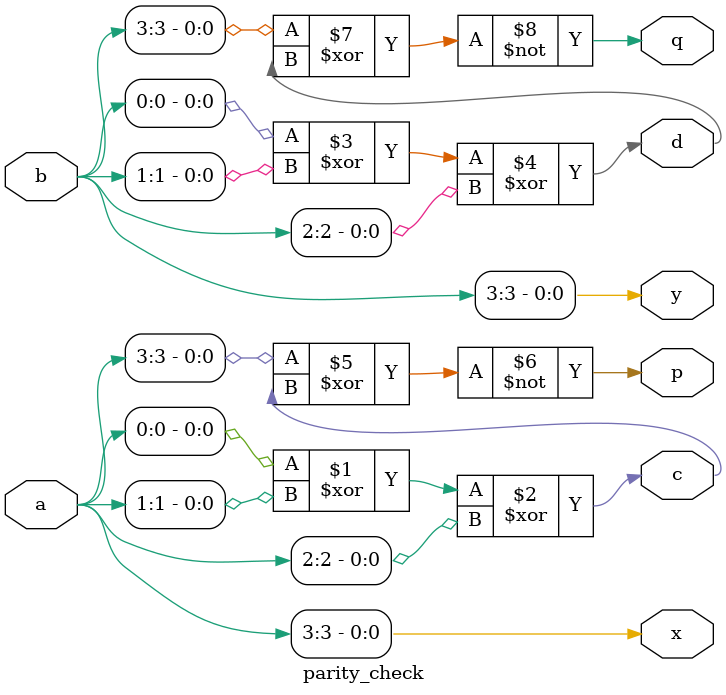
<source format=v>
module parity_check(a,b,c,d,x,y,p,q);
input [3:0]a,b;
output c,d,x,y,p,q;
assign c=a[0]^a[1]^a[2];
assign d=b[0]^b[1]^b[2];
assign x=a[3];
assign y=b[3];
assign p=~(x^c);
assign q=~(y^d);
endmodule
</source>
